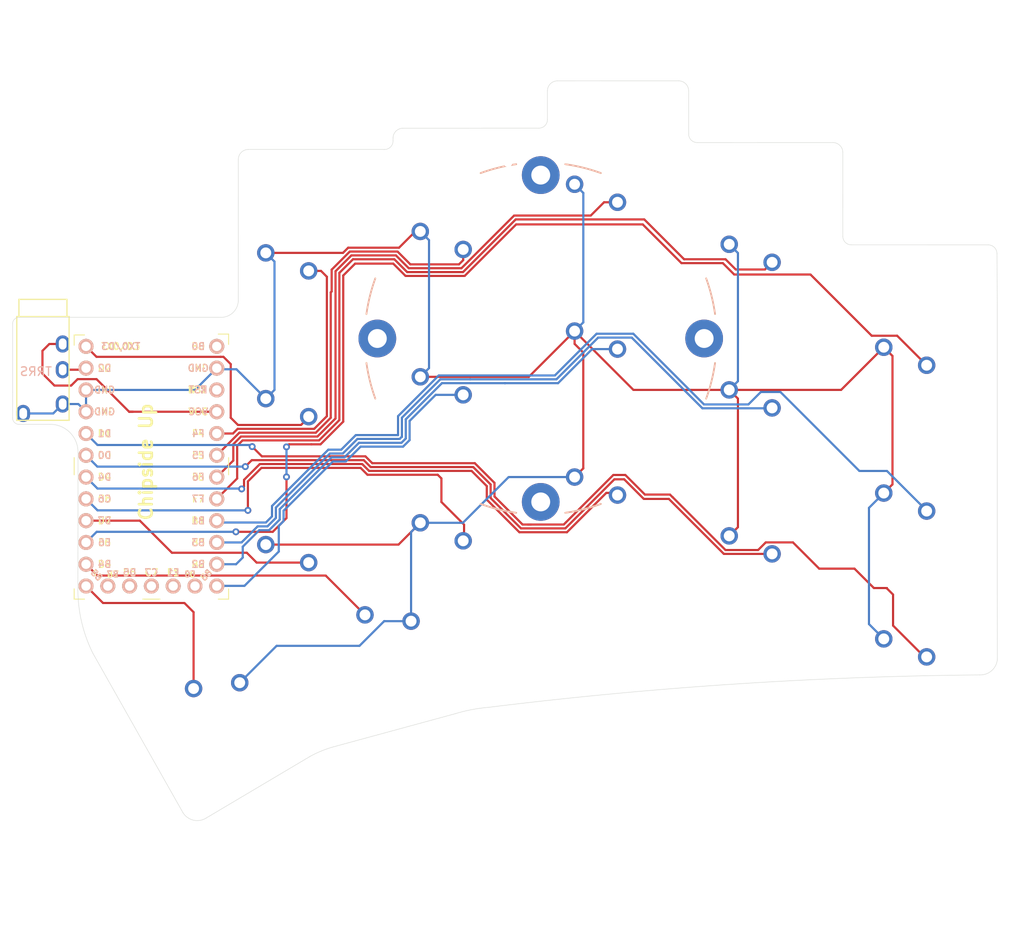
<source format=kicad_pcb>
(kicad_pcb (version 20211014) (generator pcbnew)
  (layers (0 "F.Cu" signal) (31 "B.Cu" signal) (34 "B.Paste" user) (35 "F.Paste" user) (36 "B.SilkS" user "B.Silkscreen") (37 "F.SilkS" user "F.Silkscreen") (38 "B.Mask" user) (39 "F.Mask" user) (44 "Edge.Cuts" user))
  (net 0 "")
  (net 1 "gnd")
  (net 2 "vcc")
  (net 3 "Switch18_r")
  (net 4 "reset_r")
  (net 5 "Switch9_r")
  (net 6 "Switch10_r")
  (net 7 "Switch11_r")
  (net 8 "Switch12_r")
  (net 9 "Switch13_r")
  (net 10 "Switch14_r")
  (net 11 "Switch15_r")
  (net 12 "Switch16_r")
  (net 13 "Switch17_r")
  (net 14 "Switch1_r")
  (net 15 "Switch2_r")
  (net 16 "Switch3_r")
  (net 17 "Switch4_r")
  (net 18 "Switch5_r")
  (net 19 "Switch6_r")
  (net 20 "Switch7_r")
  (net 21 "Switch8_r")
  (footprint "Kailh:TRRS-PJ-320A" (layer "F.Cu") (at 17.706193 49.601848)
    (fp_text reference "J1")
    (fp_text value "AudioJack4dpb" hide)
  )
  (footprint "Kailh:SW_PG1350_nonrev_DPB" (layer "F.Cu") (at 48.686 72.39)
    (fp_text reference "SW17_r1" hide)
    (fp_text value "SW_Push" hide)
  )
  (footprint "Kailh:SW_PG1350_nonrev_DPB" (layer "F.Cu") (at 66.7 52.832)
    (fp_text reference "SW11_r1" hide)
    (fp_text value "SW_Push" hide)
  )
  (footprint "Kailh:SW_PG1350_nonrev_DPB" (layer "F.Cu") (at 84.688 64.516)
    (fp_text reference "SW15_r1" hide)
    (fp_text value "SW_Push" hide)
  )
  (footprint "Kailh:SW_PG1350_nonrev_DPB" (layer "F.Cu") (at 102.714 71.374)
    (fp_text reference "SW18_r1" hide)
    (fp_text value "SW_Push" hide)
  )
  (footprint "Kailh:SW_PG1350_nonrev_DPB" (layer "F.Cu") (at 48.686 38.382)
    (fp_text reference "SW6_r1" hide)
    (fp_text value "SW_Push" hide)
  )
  (footprint "Kailh:SW_PG1350_nonrev_DPB" (layer "F.Cu") (at 66.7 35.882)
    (fp_text reference "SW5_r1" hide)
    (fp_text value "SW_Push" hide)
  )
  (footprint "Kailh:SW_PG1350_nonrev_DPB" (layer "F.Cu") (at 120.732 49.382)
    (fp_text reference "SW2_r1" hide)
    (fp_text value "SW_Push" hide)
  )
  (footprint "Kailh:SW_PG1350_nonrev_DPB" (layer "F.Cu") (at 66.7 69.85)
    (fp_text reference "SW16_r1" hide)
    (fp_text value "SW_Push" hide)
  )
  (footprint "Kailh:SW_PG1350_nonrev_DPB" (layer "F.Cu") (at 84.688 30.382)
    (fp_text reference "SW4_r1" hide)
    (fp_text value "SW_Push" hide)
  )
  (footprint "Kailh:SW_PG1350_nonrev_DPB" (layer "F.Cu") (at 120.732 83.382)
    (fp_text reference "SW13_r1" hide)
    (fp_text value "SW_Push" hide)
  )
  (footprint "Kailh:SW_PG1350_nonrev_DPB" (layer "F.Cu") (at 48.686 55.372)
    (fp_text reference "SW12_r1" hide)
    (fp_text value "SW_Push" hide)
  )
  (footprint "Kailh:SW_PG1350_nonrev_DPB" (layer "F.Cu") (at 102.714 37.382)
    (fp_text reference "SW3_r1" hide)
    (fp_text value "SW_Push" hide)
  )
  (footprint "Kailh:SW_PG1350_nonrev_DPB" (layer "F.Cu") (at 102.714 54.356)
    (fp_text reference "SW8_r1" hide)
    (fp_text value "SW_Push" hide)
  )
  (footprint "Kailh:SW_PG1350_nonrev_DPB" (layer "F.Cu") (at 56.778 90.082 -165)
    (fp_text reference "SW21_r1" hide)
    (fp_text value "SW_Push" hide)
  )
  (footprint "Kailh:SW_PG1350_nonrev_DPB" (layer "F.Cu") (at 84.688 47.498)
    (fp_text reference "SW9_r1" hide)
    (fp_text value "SW_Push" hide)
  )
  (footprint "Kailh:SW_PG1350_nonrev_DPB" (layer "F.Cu") (at 38.218 98.082 -150)
    (fp_text reference "SW20_r1" hide)
    (fp_text value "SW_Push" hide)
  )
  (footprint "Kailh:SW_PG1350_nonrev_DPB" (layer "F.Cu") (at 120.732 66.382)
    (fp_text reference "SW7_r1" hide)
    (fp_text value "SW_Push" hide)
  )
  (footprint "Button_Switch_Keyboard:Elite-C-29pin-holes" (layer "F.Cu") (at 30.35 67.05)
    (fp_text reference "U1" hide)
    (fp_text value "Elite-C-29pin-holes" hide)
  )
  (footprint "Button_Switch_Keyboard:Tenting_Puck2" (layer "F.Cu") (at 75.740799 52.163621)
    (fp_text reference "REF**")
    (fp_text value "Tenting Puck")
  )
  (gr_line (start 128.96 77.724) (end 128.975507 89.545022) (layer "Edge.Cuts") (width 0.05))
  (gr_arc (start 128.975507 89.545022) (mid 128.324689 90.873432) (end 126.936 91.383119) (layer "Edge.Cuts") (width 0.05))
  (gr_line (start 40.481999 47.763999) (end 40.485497 31.262857) (layer "Edge.Cuts") (width 0.05))
  (gr_line (start 21.794685 65.46085) (end 21.792 73.914) (layer "Edge.Cuts") (width 0.05))
  (gr_line (start 23.526696 88.85815) (end 34.034 107.451265) (layer "Edge.Cuts") (width 0.05))
  (gr_arc (start 40.481999 47.763999) (mid 39.859467 49.145717) (end 38.446998 49.694917) (layer "Edge.Cuts") (width 0.05))
  (gr_arc (start 69.659872 95.162429) (mid 98.24181 92.456547) (end 126.936 91.383119) (layer "Edge.Cuts") (width 0.05))
  (gr_arc (start 23.526696 88.85815) (mid 22.237087 85.295347) (end 21.78 81.534) (layer "Edge.Cuts") (width 0.05))
  (gr_arc (start 14.172 50.442) (mid 14.39167 49.91167) (end 14.922 49.692) (layer "Edge.Cuts") (width 0.05))
  (gr_line (start 38.446998 49.694917) (end 14.922 49.692) (layer "Edge.Cuts") (width 0.05))
  (gr_arc (start 36.766 108.05) (mid 35.275005 108.32098) (end 34.034 107.451265) (layer "Edge.Cuts") (width 0.05))
  (gr_line (start 21.792 73.914) (end 21.78 81.534) (layer "Edge.Cuts") (width 0.05))
  (gr_line (start 128.96 53.848) (end 128.96 72.644) (layer "Edge.Cuts") (width 0.05))
  (gr_line (start 128.931382 42.300196) (end 128.96 48.768) (layer "Edge.Cuts") (width 0.05))
  (gr_line (start 77.657617 22.128167) (end 91.84432 22.126066) (layer "Edge.Cuts") (width 0.05))
  (gr_arc (start 91.84432 22.126066) (mid 92.640872 22.467218) (end 92.98376 23.263024) (layer "Edge.Cuts") (width 0.05))
  (gr_line (start 14.172 50.442) (end 14.172 58.42) (layer "Edge.Cuts") (width 0.05))
  (gr_arc (start 18.522257 62.171476) (mid 20.854851 63.123487) (end 21.794685 65.46085) (layer "Edge.Cuts") (width 0.05))
  (gr_arc (start 14.91825 62.171817) (mid 14.38792 61.952147) (end 14.16825 61.421817) (layer "Edge.Cuts") (width 0.05))
  (gr_arc (start 76.520659 23.267607) (mid 76.861811 22.471055) (end 77.657617 22.128167) (layer "Edge.Cuts") (width 0.05))
  (gr_line (start 65.793809 95.898621) (end 51.537342 99.778574) (layer "Edge.Cuts") (width 0.05))
  (gr_line (start 92.98376 23.263024) (end 92.98632 28.310107) (layer "Edge.Cuts") (width 0.05))
  (gr_arc (start 127.899206 41.247583) (mid 128.636325 41.557149) (end 128.931382 42.300196) (layer "Edge.Cuts") (width 0.05))
  (gr_line (start 59.658625 27.64441) (end 75.508308 27.639764) (layer "Edge.Cuts") (width 0.05))
  (gr_line (start 58.522155 29.101971) (end 58.521667 28.78385) (layer "Edge.Cuts") (width 0.05))
  (gr_arc (start 48.811666 100.904698) (mid 50.14232 100.263888) (end 51.537342 99.778574) (layer "Edge.Cuts") (width 0.05))
  (gr_arc (start 58.521667 28.78385) (mid 58.862819 27.987298) (end 59.658625 27.64441) (layer "Edge.Cuts") (width 0.05))
  (gr_arc (start 65.793809 95.898621) (mid 67.707751 95.429487) (end 69.659872 95.162429) (layer "Edge.Cuts") (width 0.05))
  (gr_line (start 110.961897 30.456074) (end 110.960406 40.235318) (layer "Edge.Cuts") (width 0.05))
  (gr_line (start 41.622455 30.123417) (end 57.510673 30.12487) (layer "Edge.Cuts") (width 0.05))
  (gr_arc (start 58.522155 29.101971) (mid 58.235427 29.829989) (end 57.510673 30.12487) (layer "Edge.Cuts") (width 0.05))
  (gr_line (start 128.96 53.848) (end 128.96 48.768) (layer "Edge.Cuts") (width 0.05))
  (gr_arc (start 76.51979 26.616865) (mid 76.233062 27.344883) (end 75.508308 27.639764) (layer "Edge.Cuts") (width 0.05))
  (gr_line (start 48.811666 100.904698) (end 36.766 108.05) (layer "Edge.Cuts") (width 0.05))
  (gr_line (start 128.96 72.644) (end 128.96 77.724) (layer "Edge.Cuts") (width 0.05))
  (gr_arc (start 111.983305 41.2468) (mid 111.255287 40.960072) (end 110.960406 40.235318) (layer "Edge.Cuts") (width 0.05))
  (gr_line (start 94.009219 29.321589) (end 109.822457 29.319116) (layer "Edge.Cuts") (width 0.05))
  (gr_line (start 18.522257 62.171476) (end 14.91825 62.171817) (layer "Edge.Cuts") (width 0.05))
  (gr_line (start 111.983305 41.2468) (end 127.899206 41.247583) (layer "Edge.Cuts") (width 0.05))
  (gr_arc (start 109.822457 29.319116) (mid 110.619009 29.660268) (end 110.961897 30.456074) (layer "Edge.Cuts") (width 0.05))
  (gr_line (start 14.172 58.42) (end 14.16825 61.421817) (layer "Edge.Cuts") (width 0.05))
  (gr_line (start 76.51979 26.616865) (end 76.520659 23.267607) (layer "Edge.Cuts") (width 0.05))
  (gr_arc (start 94.009219 29.321589) (mid 93.281201 29.034861) (end 92.98632 28.310107) (layer "Edge.Cuts") (width 0.05))
  (gr_arc (start 40.485497 31.262857) (mid 40.826649 30.466305) (end 41.622455 30.123417) (layer "Edge.Cuts") (width 0.05))
  (gr_text "Chipside Up" (at 29.718 66.548 90) (layer "F.SilkS") (effects (font (size 1.5 1.5) (thickness 0.3))))
  (segment (start 79.688 51.298) (end 79.688 52.788) (width 0.25) (layer "F.Cu") (net 1))
  (segment (start 86.546 58.156) (end 79.688 51.298) (width 0.25) (layer "F.Cu") (net 1))
  (segment (start 74.354 56.632) (end 79.688 51.298) (width 0.25) (layer "F.Cu") (net 1))
  (segment (start 61.118 39.682) (end 61.7 39.682) (width 0.25) (layer "F.Cu") (net 1))
  (segment (start 115.732 53.182) (end 116.747999 54.197999) (width 0.25) (layer "F.Cu") (net 1))
  (segment (start 110.758 58.156) (end 97.714 58.156) (width 0.25) (layer "F.Cu") (net 1))
  (segment (start 79.688 52.788) (end 80.7 53.8) (width 0.25) (layer "F.Cu") (net 1))
  (segment (start 116.747999 69.166001) (end 115.732 70.182) (width 0.25) (layer "F.Cu") (net 1))
  (segment (start 61.7 56.632) (end 74.354 56.632) (width 0.25) (layer "F.Cu") (net 1))
  (segment (start 43.686 42.182) (end 52.686282 42.182) (width 0.25) (layer "F.Cu") (net 1))
  (segment (start 43.686 76.19) (end 59.16 76.19) (width 0.25) (layer "F.Cu") (net 1))
  (segment (start 115.732 53.182) (end 110.758 58.156) (width 0.25) (layer "F.Cu") (net 1))
  (segment (start 116.747999 54.197999) (end 116.747999 69.166001) (width 0.25) (layer "F.Cu") (net 1))
  (segment (start 97.714 58.156) (end 98.729999 59.171999) (width 0.25) (layer "F.Cu") (net 1))
  (segment (start 80.7 53.8) (end 80.7 67.304) (width 0.25) (layer "F.Cu") (net 1))
  (segment (start 52.686282 42.182) (end 53.291823 41.57646) (width 0.25) (layer "F.Cu") (net 1))
  (segment (start 98.729999 59.171999) (end 98.729999 74.158001) (width 0.25) (layer "F.Cu") (net 1))
  (segment (start 97.714 58.156) (end 86.546 58.156) (width 0.25) (layer "F.Cu") (net 1))
  (segment (start 80.7 67.304) (end 79.688 68.316) (width 0.25) (layer "F.Cu") (net 1))
  (segment (start 59.22354 41.57646) (end 61.118 39.682) (width 0.25) (layer "F.Cu") (net 1))
  (segment (start 53.291823 41.57646) (end 59.22354 41.57646) (width 0.25) (layer "F.Cu") (net 1))
  (segment (start 59.16 76.19) (end 61.7 73.65) (width 0.25) (layer "F.Cu") (net 1))
  (segment (start 98.729999 74.158001) (end 97.714 75.174) (width 0.25) (layer "F.Cu") (net 1))
  (segment (start 114.006579 85.456579) (end 115.732 87.182) (width 0.25) (layer "B.Cu") (net 1))
  (segment (start 38.1 55.75) (end 37.97 55.62) (width 0.25) (layer "B.Cu") (net 1))
  (segment (start 22.73 58.16) (end 22.73 60.7) (width 0.25) (layer "B.Cu") (net 1))
  (segment (start 72.000992 68.316) (end 79.688 68.316) (width 0.25) (layer "B.Cu") (net 1))
  (segment (start 44.946251 87.992979) (end 54.607021 87.992979) (width 0.25) (layer "B.Cu") (net 1))
  (segment (start 44.701999 58.156001) (end 43.686 59.172) (width 0.25) (layer "B.Cu") (net 1))
  (segment (start 60.624117 85.117387) (end 60.624117 74.725883) (width 0.25) (layer "B.Cu") (net 1))
  (segment (start 35.43 58.16) (end 37.97 55.62) (width 0.25) (layer "B.Cu") (net 1))
  (segment (start 97.714 41.182) (end 98.729999 42.197999) (width 0.25) (layer "B.Cu") (net 1))
  (segment (start 15.406193 60.901848) (end 18.906193 60.901848) (width 0.25) (layer "B.Cu") (net 1))
  (segment (start 43.686 42.182) (end 44.701999 43.197999) (width 0.25) (layer "B.Cu") (net 1))
  (segment (start 61.7 73.65) (end 66.666992 73.65) (width 0.25) (layer "B.Cu") (net 1))
  (segment (start 98.729999 42.197999) (end 98.729999 57.140001) (width 0.25) (layer "B.Cu") (net 1))
  (segment (start 54.607021 87.992979) (end 57.5 85.1) (width 0.25) (layer "B.Cu") (net 1))
  (segment (start 44.701999 43.197999) (end 44.701999 58.156001) (width 0.25) (layer "B.Cu") (net 1))
  (segment (start 114.006579 71.907421) (end 114.006579 85.456579) (width 0.25) (layer "B.Cu") (net 1))
  (segment (start 60.624117 74.725883) (end 61.7 73.65) (width 0.25) (layer "B.Cu") (net 1))
  (segment (start 98.729999 57.140001) (end 97.714 58.156) (width 0.25) (layer "B.Cu") (net 1))
  (segment (start 22.73 58.16) (end 35.43 58.16) (width 0.25) (layer "B.Cu") (net 1))
  (segment (start 62.715999 40.697999) (end 61.7 39.682) (width 0.25) (layer "B.Cu") (net 1))
  (segment (start 57.5 85.1) (end 57.517387 85.117387) (width 0.25) (layer "B.Cu") (net 1))
  (segment (start 40.648127 92.291103) (end 44.946251 87.992979) (width 0.25) (layer "B.Cu") (net 1))
  (segment (start 57.517387 85.117387) (end 60.624117 85.117387) (width 0.25) (layer "B.Cu") (net 1))
  (segment (start 61.7 56.632) (end 62.715999 55.616001) (width 0.25) (layer "B.Cu") (net 1))
  (segment (start 115.732 70.182) (end 114.006579 71.907421) (width 0.25) (layer "B.Cu") (net 1))
  (segment (start 21.831848 59.801848) (end 22.73 60.7) (width 0.25) (layer "B.Cu") (net 1))
  (segment (start 79.688 34.182) (end 80.703999 35.197999) (width 0.25) (layer "B.Cu") (net 1))
  (segment (start 18.906193 60.901848) (end 20.006193 59.801848) (width 0.25) (layer "B.Cu") (net 1))
  (segment (start 62.715999 55.616001) (end 62.715999 40.697999) (width 0.25) (layer "B.Cu") (net 1))
  (segment (start 40.264 55.75) (end 38.1 55.75) (width 0.25) (layer "B.Cu") (net 1))
  (segment (start 66.666992 73.65) (end 72.000992 68.316) (width 0.25) (layer "B.Cu") (net 1))
  (segment (start 80.703999 35.197999) (end 80.703999 50.282001) (width 0.25) (layer "B.Cu") (net 1))
  (segment (start 43.686 59.172) (end 40.264 55.75) (width 0.25) (layer "B.Cu") (net 1))
  (segment (start 20.006193 59.801848) (end 21.831848 59.801848) (width 0.25) (layer "B.Cu") (net 1))
  (segment (start 80.703999 50.282001) (end 79.688 51.298) (width 0.25) (layer "B.Cu") (net 1))
  (segment (start 27.75 60.7) (end 37.97 60.7) (width 0.25) (layer "F.Cu") (net 2))
  (segment (start 21 57.65) (end 19.05 57.65) (width 0.25) (layer "F.Cu") (net 2))
  (segment (start 28.2 60.7) (end 27.75 60.7) (width 0.25) (layer "F.Cu") (net 2))
  (segment (start 19.05 57.65) (end 17.65 56.25) (width 0.25) (layer "F.Cu") (net 2))
  (segment (start 27.75 60.7) (end 23.95 56.9) (width 0.25) (layer "F.Cu") (net 2))
  (segment (start 21.75 56.9) (end 21 57.65) (width 0.25) (layer "F.Cu") (net 2))
  (segment (start 23.95 56.9) (end 21.75 56.9) (width 0.25) (layer "F.Cu") (net 2))
  (segment (start 18.448152 52.801848) (end 20.006193 52.801848) (width 0.25) (layer "F.Cu") (net 2))
  (segment (start 17.65 53.6) (end 18.448152 52.801848) (width 0.25) (layer "F.Cu") (net 2))
  (segment (start 17.65 56.25) (end 17.65 53.6) (width 0.25) (layer "F.Cu") (net 2))
  (segment (start 22.548152 55.801848) (end 22.73 55.62) (width 0.25) (layer "F.Cu") (net 3))
  (segment (start 20.006193 55.801848) (end 22.548152 55.801848) (width 0.25) (layer "F.Cu") (net 3))
  (segment (start 54.738806 64.771732) (end 53.010538 66.5) (width 0.25) (layer "B.Cu") (net 5))
  (segment (start 63.494528 58.732) (end 60.45422 61.772308) (width 0.25) (layer "B.Cu") (net 5))
  (segment (start 41.2 81) (end 37.99 81) (width 0.25) (layer "B.Cu") (net 5))
  (segment (start 53.010538 66.5) (end 51.507154 66.5) (width 0.25) (layer "B.Cu") (net 5))
  (segment (start 60.45422 61.772308) (end 60.45422 64.007906) (width 0.25) (layer "B.Cu") (net 5))
  (segment (start 45.2 74.016161) (end 45.2 77) (width 0.25) (layer "B.Cu") (net 5))
  (segment (start 45.75998 73.456181) (end 45.2 74.016161) (width 0.25) (layer "B.Cu") (net 5))
  (segment (start 37.99 81) (end 37.97 81.02) (width 0.25) (layer "B.Cu") (net 5))
  (segment (start 51.507154 66.5) (end 45.759981 72.247173) (width 0.25) (layer "B.Cu") (net 5))
  (segment (start 59.690394 64.771732) (end 54.738806 64.771732) (width 0.25) (layer "B.Cu") (net 5))
  (segment (start 66.702 58.732) (end 63.494528 58.732) (width 0.25) (layer "B.Cu") (net 5))
  (segment (start 45.759981 72.247173) (end 45.75998 73.456181) (width 0.25) (layer "B.Cu") (net 5))
  (segment (start 60.45422 64.007906) (end 59.690394 64.771732) (width 0.25) (layer "B.Cu") (net 5))
  (segment (start 45.2 77) (end 41.2 81) (width 0.25) (layer "B.Cu") (net 5))
  (segment (start 39.6 61.4) (end 39.6 55.15) (width 0.25) (layer "F.Cu") (net 6))
  (segment (start 39.6 55.15) (end 38.75 54.3) (width 0.25) (layer "F.Cu") (net 6))
  (segment (start 38.448204 54.3) (end 23.95 54.3) (width 0.25) (layer "F.Cu") (net 6))
  (segment (start 40.4435 62.2435) (end 39.6 61.4) (width 0.25) (layer "F.Cu") (net 6))
  (segment (start 48.768 61.272) (end 47.7965 62.2435) (width 0.25) (layer "F.Cu") (net 6))
  (segment (start 47.7965 62.2435) (end 40.4435 62.2435) (width 0.25) (layer "F.Cu") (net 6))
  (segment (start 38.75 54.3) (end 38.4 54.3) (width 0.25) (layer "F.Cu") (net 6))
  (segment (start 23.95 54.3) (end 22.73 53.08) (width 0.25) (layer "F.Cu") (net 6))
  (segment (start 114.579167 81.254833) (end 112.318334 78.994) (width 0.25) (layer "F.Cu") (net 7))
  (segment (start 42.1 64.767548) (end 43.232452 65.9) (width 0.25) (layer "F.Cu") (net 7))
  (segment (start 116.814833 85.630833) (end 116.814833 82.016833) (width 0.25) (layer "F.Cu") (net 7))
  (segment (start 84.200282 68.072) (end 78.671322 73.60096) (width 0.25) (layer "F.Cu") (net 7))
  (segment (start 116.103167 81.305167) (end 116.103167 81.254833) (width 0.25) (layer "F.Cu") (net 7))
  (segment (start 85.598 68.072) (end 84.200282 68.072) (width 0.25) (layer "F.Cu") (net 7))
  (segment (start 91.118751 70.670341) (end 90.80641 70.358) (width 0.25) (layer "F.Cu") (net 7))
  (segment (start 91.127659 70.670341) (end 91.118751 70.670341) (width 0.25) (layer "F.Cu") (net 7))
  (segment (start 56.1 66.7) (end 68.054442 66.7) (width 0.25) (layer "F.Cu") (net 7))
  (segment (start 112.318334 78.994) (end 108.204 78.994) (width 0.25) (layer "F.Cu") (net 7))
  (segment (start 78.671322 73.60096) (end 78.421322 73.85096) (width 0.25) (layer "F.Cu") (net 7))
  (segment (start 70.34904 70.577604) (end 73.622396 73.85096) (width 0.25) (layer "F.Cu") (net 7))
  (segment (start 101.972319 75.932999) (end 101.081328 76.82399) (width 0.25) (layer "F.Cu") (net 7))
  (segment (start 101.081328 76.82399) (end 97.281308 76.82399) (width 0.25) (layer "F.Cu") (net 7))
  (segment (start 97.281308 76.82399) (end 91.127659 70.670341) (width 0.25) (layer "F.Cu") (net 7))
  (segment (start 87.884 70.358) (end 85.598 68.072) (width 0.25) (layer "F.Cu") (net 7))
  (segment (start 108.204 78.994) (end 105.142999 75.932999) (width 0.25) (layer "F.Cu") (net 7))
  (segment (start 105.142999 75.932999) (end 101.972319 75.932999) (width 0.25) (layer "F.Cu") (net 7))
  (segment (start 55.299999 65.9) (end 56.1 66.7) (width 0.25) (layer "F.Cu") (net 7))
  (segment (start 43.232452 65.9) (end 55.299999 65.9) (width 0.25) (layer "F.Cu") (net 7))
  (segment (start 116.103167 81.254833) (end 114.579167 81.254833) (width 0.25) (layer "F.Cu") (net 7))
  (segment (start 78.421322 73.85096) (end 74.2 73.85096) (width 0.25) (layer "F.Cu") (net 7))
  (segment (start 120.65 89.466) (end 116.814833 85.630833) (width 0.25) (layer "F.Cu") (net 7))
  (segment (start 90.80641 70.358) (end 87.884 70.358) (width 0.25) (layer "F.Cu") (net 7))
  (segment (start 116.814833 82.016833) (end 116.103167 81.305167) (width 0.25) (layer "F.Cu") (net 7))
  (segment (start 70.34904 68.994598) (end 70.34904 70.577604) (width 0.25) (layer "F.Cu") (net 7))
  (segment (start 73.622396 73.85096) (end 74.65 73.85096) (width 0.25) (layer "F.Cu") (net 7))
  (segment (start 68.054442 66.7) (end 70.34904 68.994598) (width 0.25) (layer "F.Cu") (net 7))
  (via (at 42.1 64.767548) (size 0.8) (drill 0.4) (layers "F.Cu" "B.Cu") (net 7))
  (segment (start 41.911641 64.579189) (end 24.069189 64.579189) (width 0.25) (layer "B.Cu") (net 7))
  (segment (start 24.069189 64.579189) (end 22.73 63.24) (width 0.25) (layer "B.Cu") (net 7))
  (segment (start 42.1 64.767548) (end 41.911641 64.579189) (width 0.25) (layer "B.Cu") (net 7))
  (segment (start 97.086 77.274) (end 102.616 77.274) (width 0.25) (layer "F.Cu") (net 8))
  (segment (start 73.436198 74.30048) (end 78.60752 74.30048) (width 0.25) (layer "F.Cu") (net 8))
  (segment (start 69.89952 70.763802) (end 73.436198 74.30048) (width 0.25) (layer "F.Cu") (net 8))
  (segment (start 78.60752 74.30048) (end 84.328 68.58) (width 0.25) (layer "F.Cu") (net 8))
  (segment (start 41.3 67.1) (end 42.05048 66.34952) (width 0.25) (layer "F.Cu") (net 8))
  (segment (start 67.868245 67.14952) (end 69.89952 69.180795) (width 0.25) (layer "F.Cu") (net 8))
  (segment (start 55.913802 67.14952) (end 67.868245 67.14952) (width 0.25) (layer "F.Cu") (net 8))
  (segment (start 90.678 70.866) (end 97.086 77.274) (width 0.25) (layer "F.Cu") (net 8))
  (segment (start 85.46959 68.58) (end 87.75559 70.866) (width 0.25) (layer "F.Cu") (net 8))
  (segment (start 55.113802 66.34952) (end 55.913802 67.14952) (width 0.25) (layer "F.Cu") (net 8))
  (segment (start 87.75559 70.866) (end 90.678 70.866) (width 0.25) (layer "F.Cu") (net 8))
  (segment (start 42.05048 66.34952) (end 55.113802 66.34952) (width 0.25) (layer "F.Cu") (net 8))
  (segment (start 69.89952 69.180795) (end 69.89952 70.763802) (width 0.25) (layer "F.Cu") (net 8))
  (segment (start 84.328 68.58) (end 85.46959 68.58) (width 0.25) (layer "F.Cu") (net 8))
  (via (at 41.3 67.1) (size 0.8) (drill 0.4) (layers "F.Cu" "B.Cu") (net 8))
  (segment (start 24.05 67.1) (end 22.73 65.78) (width 0.25) (layer "B.Cu") (net 8))
  (segment (start 41.3 67.1) (end 24.05 67.1) (width 0.25) (layer "B.Cu") (net 8))
  (segment (start 42.991129 66.79904) (end 54.927606 66.79904) (width 0.25) (layer "F.Cu") (net 9))
  (segment (start 55.727604 67.599039) (end 67.682048 67.59904) (width 0.25) (layer "F.Cu") (net 9))
  (segment (start 67.682048 67.59904) (end 69.45 69.366992) (width 0.25) (layer "F.Cu") (net 9))
  (segment (start 69.45 70.95) (end 73.25 74.75) (width 0.25) (layer "F.Cu") (net 9))
  (segment (start 54.927606 66.79904) (end 55.727604 67.599039) (width 0.25) (layer "F.Cu") (net 9))
  (segment (start 40.8755 69.7) (end 41.15048 69.42502) (width 0.25) (layer "F.Cu") (net 9))
  (segment (start 41.15048 69.42502) (end 41.15048 68.639689) (width 0.25) (layer "F.Cu") (net 9))
  (segment (start 78.793718 74.75) (end 83.381718 70.162) (width 0.25) (layer "F.Cu") (net 9))
  (segment (start 73.25 74.75) (end 78.793718 74.75) (width 0.25) (layer "F.Cu") (net 9))
  (segment (start 69.45 69.366992) (end 69.45 70.95) (width 0.25) (layer "F.Cu") (net 9))
  (segment (start 41.15048 68.639689) (end 42.991129 66.79904) (width 0.25) (layer "F.Cu") (net 9))
  (segment (start 83.381718 70.162) (end 84.736 70.162) (width 0.25) (layer "F.Cu") (net 9))
  (via (at 40.8755 69.7) (size 0.8) (drill 0.4) (layers "F.Cu" "B.Cu") (net 9))
  (segment (start 40.834689 69.659189) (end 24.069189 69.659189) (width 0.25) (layer "B.Cu") (net 9))
  (segment (start 24.069189 69.659189) (end 22.73 68.32) (width 0.25) (layer "B.Cu") (net 9))
  (segment (start 40.8755 69.7) (end 40.834689 69.659189) (width 0.25) (layer "B.Cu") (net 9))
  (segment (start 43.177326 67.24856) (end 54.741409 67.24856) (width 0.25) (layer "F.Cu") (net 10))
  (segment (start 41.6 72.2) (end 41.6 68.825886) (width 0.25) (layer "F.Cu") (net 10))
  (segment (start 64.160167 68.478167) (end 64.160167 71.221833) (width 0.25) (layer "F.Cu") (net 10))
  (segment (start 54.741409 67.24856) (end 55.541406 68.048558) (width 0.25) (layer "F.Cu") (net 10))
  (segment (start 55.541406 68.048558) (end 63.73056 68.04856) (width 0.25) (layer "F.Cu") (net 10))
  (segment (start 64.160167 71.221833) (end 66.802 73.863666) (width 0.25) (layer "F.Cu") (net 10))
  (segment (start 66.802 73.863666) (end 66.802 76.004) (width 0.25) (layer "F.Cu") (net 10))
  (segment (start 41.6 68.825886) (end 43.177326 67.24856) (width 0.25) (layer "F.Cu") (net 10))
  (segment (start 63.73056 68.04856) (end 64.160167 68.478167) (width 0.25) (layer "F.Cu") (net 10))
  (via (at 41.6 72.2) (size 0.8) (drill 0.4) (layers "F.Cu" "B.Cu") (net 10))
  (segment (start 41.6 72.2) (end 41.599189 72.199189) (width 0.25) (layer "B.Cu") (net 10))
  (segment (start 24.069189 72.199189) (end 22.73 70.86) (width 0.25) (layer "B.Cu") (net 10))
  (segment (start 41.599189 72.199189) (end 24.069189 72.199189) (width 0.25) (layer "B.Cu") (net 10))
  (segment (start 29 73.4) (end 22.73 73.4) (width 0.25) (layer "F.Cu") (net 11))
  (segment (start 41.472211 77.140811) (end 32.740811 77.140811) (width 0.25) (layer "F.Cu") (net 11))
  (segment (start 42.6214 78.29) (end 41.472211 77.140811) (width 0.25) (layer "F.Cu") (net 11))
  (segment (start 32.740811 77.140811) (end 29 73.4) (width 0.25) (layer "F.Cu") (net 11))
  (segment (start 48.686 78.29) (end 42.6214 78.29) (width 0.25) (layer "F.Cu") (net 11))
  (segment (start 55.250968 84.383038) (end 50.66793 79.8) (width 0.25) (layer "F.Cu") (net 12))
  (segment (start 50.66793 79.8) (end 24.05 79.8) (width 0.25) (layer "F.Cu") (net 12))
  (segment (start 24.05 79.8) (end 22.73 78.48) (width 0.25) (layer "F.Cu") (net 12))
  (segment (start 35.268 92.97245) (end 35.268 84.068) (width 0.25) (layer "F.Cu") (net 13))
  (segment (start 24.71 83) (end 22.73 81.02) (width 0.25) (layer "F.Cu") (net 13))
  (segment (start 35.268 84.068) (end 34.2 83) (width 0.25) (layer "F.Cu") (net 13))
  (segment (start 34.2 83) (end 24.71 83) (width 0.25) (layer "F.Cu") (net 13))
  (segment (start 92.14401 43.37601) (end 87.63 38.862) (width 0.25) (layer "F.Cu") (net 14))
  (segment (start 66.87005 44.86945) (end 59.98104 44.86945) (width 0.25) (layer "F.Cu") (net 14))
  (segment (start 107.188 44.704) (end 98.298 44.704) (width 0.25) (layer "F.Cu") (net 14))
  (segment (start 49 64.5) (end 46.4 64.5) (width 0.25) (layer "F.Cu") (net 14))
  (segment (start 120.732 55.282) (end 117.290999 51.840999) (width 0.25) (layer "F.Cu") (net 14))
  (segment (start 54.102 43.434) (end 52.71602 44.81998) (width 0.25) (layer "F.Cu") (net 14))
  (segment (start 46.1 73.1) (end 44.5 74.7) (width 0.25) (layer "F.Cu") (net 14))
  (segment (start 58.54559 43.434) (end 54.102 43.434) (width 0.25) (layer "F.Cu") (net 14))
  (segment (start 46.1 68.3) (end 46.1 73.1) (width 0.25) (layer "F.Cu") (net 14))
  (segment (start 50.06963 64.5) (end 49 64.5) (width 0.25) (layer "F.Cu") (net 14))
  (segment (start 52.71602 44.81998) (end 52.71602 61.85361) (width 0.25) (layer "F.Cu") (net 14))
  (segment (start 117.290999 51.840999) (end 114.324999 51.840999) (width 0.25) (layer "F.Cu") (net 14))
  (segment (start 59.98104 44.86945) (end 58.54559 43.434) (width 0.25) (layer "F.Cu") (net 14))
  (segment (start 98.298 44.704) (end 96.97001 43.37601) (width 0.25) (layer "F.Cu") (net 14))
  (segment (start 72.877502 38.862) (end 66.87005 44.86945) (width 0.25) (layer "F.Cu") (net 14))
  (segment (start 52.71602 61.85361) (end 50.06963 64.5) (width 0.25) (layer "F.Cu") (net 14))
  (segment (start 44.5 74.7) (end 40.2 74.7) (width 0.25) (layer "F.Cu") (net 14))
  (segment (start 96.97001 43.37601) (end 92.14401 43.37601) (width 0.25) (layer "F.Cu") (net 14))
  (segment (start 46.4 64.5) (end 46.1 64.8) (width 0.25) (layer "F.Cu") (net 14))
  (segment (start 87.63 38.862) (end 72.877502 38.862) (width 0.25) (layer "F.Cu") (net 14))
  (segment (start 114.324999 51.840999) (end 107.188 44.704) (width 0.25) (layer "F.Cu") (net 14))
  (via (at 46.1 64.8) (size 0.8) (drill 0.4) (layers "F.Cu" "B.Cu") (net 14))
  (via (at 46.1 68.3) (size 0.8) (drill 0.4) (layers "F.Cu" "B.Cu") (net 14))
  (via (at 40.2 74.7) (size 0.8) (drill 0.4) (layers "F.Cu" "B.Cu") (net 14))
  (segment (start 46.1 68.3) (end 46.1 64.8) (width 0.25) (layer "B.Cu") (net 14))
  (segment (start 22.7174 76.146) (end 22.7174 75.946) (width 0.25) (layer "B.Cu") (net 14))
  (segment (start 40.2 74.7) (end 23.97 74.7) (width 0.25) (layer "B.Cu") (net 14))
  (segment (start 23.97 74.7) (end 22.73 75.94) (width 0.25) (layer "B.Cu") (net 14))
  (segment (start 66.683651 44.419441) (end 60.167442 44.419442) (width 0.25) (layer "F.Cu") (net 15))
  (segment (start 97.282 42.926) (end 92.456 42.926) (width 0.25) (layer "F.Cu") (net 15))
  (segment (start 98.474301 44.118301) (end 97.282 42.926) (width 0.25) (layer "F.Cu") (net 15))
  (segment (start 40.978388 64.043048) (end 40.34952 64.671916) (width 0.25) (layer "F.Cu") (net 15))
  (segment (start 101.877699 44.118301) (end 98.474301 44.118301) (width 0.25) (layer "F.Cu") (net 15))
  (segment (start 52.26601 61.667902) (end 49.890865 64.043047) (width 0.25) (layer "F.Cu") (net 15))
  (segment (start 102.714 43.282) (end 101.877699 44.118301) (width 0.25) (layer "F.Cu") (net 15))
  (segment (start 58.674 42.926) (end 53.85082 42.926) (width 0.25) (layer "F.Cu") (net 15))
  (segment (start 92.456 42.926) (end 87.809546 38.279546) (width 0.25) (layer "F.Cu") (net 15))
  (segment (start 53.85082 42.926) (end 52.26601 44.51081) (width 0.25) (layer "F.Cu") (net 15))
  (segment (start 49.890865 64.043047) (end 40.978388 64.043048) (width 0.25) (layer "F.Cu") (net 15))
  (segment (start 87.809546 38.279546) (end 72.823546 38.279546) (width 0.25) (layer "F.Cu") (net 15))
  (segment (start 40.34952 68.48048) (end 37.97 70.86) (width 0.25) (layer "F.Cu") (net 15))
  (segment (start 72.823546 38.279546) (end 66.683651 44.419441) (width 0.25) (layer "F.Cu") (net 15))
  (segment (start 40.34952 64.671916) (end 40.34952 68.48048) (width 0.25) (layer "F.Cu") (net 15))
  (segment (start 60.167442 44.419442) (end 58.674 42.926) (width 0.25) (layer "F.Cu") (net 15))
  (segment (start 52.26601 44.51081) (end 52.26601 61.667902) (width 0.25) (layer "F.Cu") (net 15))
  (segment (start 81.570464 37.829536) (end 83.118 36.282) (width 0.25) (layer "F.Cu") (net 16))
  (segment (start 37.97 68.32) (end 39.9 66.39) (width 0.25) (layer "F.Cu") (net 16))
  (segment (start 58.8604 42.47599) (end 60.353842 43.969432) (width 0.25) (layer "F.Cu") (net 16))
  (segment (start 53.66442 42.47599) (end 58.8604 42.47599) (width 0.25) (layer "F.Cu") (net 16))
  (segment (start 51.816 61.481502) (end 51.816 44.32441) (width 0.25) (layer "F.Cu") (net 16))
  (segment (start 40.792679 63.593039) (end 49.704464 63.593038) (width 0.25) (layer "F.Cu") (net 16))
  (segment (start 39.9 64.485718) (end 40.792679 63.593039) (width 0.25) (layer "F.Cu") (net 16))
  (segment (start 60.353842 43.969432) (end 66.49725 43.969432) (width 0.25) (layer "F.Cu") (net 16))
  (segment (start 66.49725 43.969432) (end 72.637146 37.829536) (width 0.25) (layer "F.Cu") (net 16))
  (segment (start 72.637146 37.829536) (end 81.570464 37.829536) (width 0.25) (layer "F.Cu") (net 16))
  (segment (start 83.118 36.282) (end 84.688 36.282) (width 0.25) (layer "F.Cu") (net 16))
  (segment (start 49.704464 63.593038) (end 51.816 61.481502) (width 0.25) (layer "F.Cu") (net 16))
  (segment (start 39.9 66.39) (end 39.9 64.485718) (width 0.25) (layer "F.Cu") (net 16))
  (segment (start 51.816 44.32441) (end 53.66442 42.47599) (width 0.25) (layer "F.Cu") (net 16))
  (segment (start 40.606971 63.143029) (end 37.97 65.78) (width 0.25) (layer "F.Cu") (net 17))
  (segment (start 51.257511 46.786489) (end 51.257511 61.403581) (width 0.25) (layer "F.Cu") (net 17))
  (segment (start 59.0468 42.02598) (end 53.47802 42.02598) (width 0.25) (layer "F.Cu") (net 17))
  (segment (start 51.257511 61.403581) (end 49.518063 63.143029) (width 0.25) (layer "F.Cu") (net 17))
  (segment (start 66.7 43.028) (end 66.208576 43.519424) (width 0.25) (layer "F.Cu") (net 17))
  (segment (start 51.365991 44.138009) (end 51.36599 46.67801) (width 0.25) (layer "F.Cu") (net 17))
  (segment (start 66.208576 43.519424) (end 60.540244 43.519424) (width 0.25) (layer "F.Cu") (net 17))
  (segment (start 51.36599 46.67801) (end 51.257511 46.786489) (width 0.25) (layer "F.Cu") (net 17))
  (segment (start 53.47802 42.02598) (end 51.365991 44.138009) (width 0.25) (layer "F.Cu") (net 17))
  (segment (start 60.540244 43.519424) (end 59.0468 42.02598) (width 0.25) (layer "F.Cu") (net 17))
  (segment (start 66.7 41.782) (end 66.7 43.028) (width 0.25) (layer "F.Cu") (net 17))
  (segment (start 49.518063 63.143029) (end 40.606971 63.143029) (width 0.25) (layer "F.Cu") (net 17))
  (segment (start 50.124 44.282) (end 50.807501 44.965501) (width 0.25) (layer "F.Cu") (net 18))
  (segment (start 48.686 44.282) (end 50.124 44.282) (width 0.25) (layer "F.Cu") (net 18))
  (segment (start 49.331662 62.69302) (end 40.40698 62.69302) (width 0.25) (layer "F.Cu") (net 18))
  (segment (start 40.40698 62.69302) (end 39.86 63.24) (width 0.25) (layer "F.Cu") (net 18))
  (segment (start 50.807501 44.965501) (end 50.807501 61.217181) (width 0.25) (layer "F.Cu") (net 18))
  (segment (start 39.86 63.24) (end 37.97 63.24) (width 0.25) (layer "F.Cu") (net 18))
  (segment (start 50.807501 61.217181) (end 49.331662 62.69302) (width 0.25) (layer "F.Cu") (net 18))
  (segment (start 94.776197 59.85048) (end 86.533196 51.607479) (width 0.25) (layer "B.Cu") (net 19))
  (segment (start 120.65 72.39) (end 120.65 72.15) (width 0.25) (layer "B.Cu") (net 19))
  (segment (start 59.105172 61.214203) (end 59.105171 63.422682) (width 0.25) (layer "B.Cu") (net 19))
  (segment (start 86.533196 51.607479) (end 82.250521 51.607479) (width 0.25) (layer "B.Cu") (net 19))
  (segment (start 101.4 58.4) (end 99.94952 59.85048) (width 0.25) (layer "B.Cu") (net 19))
  (segment (start 120.65 72.15) (end 116.107421 67.607421) (width 0.25) (layer "B.Cu") (net 19))
  (segment (start 103.68241 58.4) (end 101.4 58.4) (width 0.25) (layer "B.Cu") (net 19))
  (segment (start 59.105171 63.422682) (end 54.180702 63.422682) (width 0.25) (layer "B.Cu") (net 19))
  (segment (start 99.94952 59.85048) (end 94.776197 59.85048) (width 0.25) (layer "B.Cu") (net 19))
  (segment (start 116.107421 67.607421) (end 112.889831 67.607421) (width 0.25) (layer "B.Cu") (net 19))
  (segment (start 50.978084 65.121916) (end 44.411421 71.688579) (width 0.25) (layer "B.Cu") (net 19))
  (segment (start 112.889831 67.607421) (end 103.68241 58.4) (width 0.25) (layer "B.Cu") (net 19))
  (segment (start 38.185421 73.615421) (end 37.97 73.4) (width 0.25) (layer "B.Cu") (net 19))
  (segment (start 43.693587 73.615421) (end 38.185421 73.615421) (width 0.25) (layer "B.Cu") (net 19))
  (segment (start 44.411421 72.897587) (end 43.693587 73.615421) (width 0.25) (layer "B.Cu") (net 19))
  (segment (start 44.411421 71.688579) (end 44.411421 72.897587) (width 0.25) (layer "B.Cu") (net 19))
  (segment (start 82.250521 51.607479) (end 77.386464 56.471536) (width 0.25) (layer "B.Cu") (net 19))
  (segment (start 63.847839 56.471536) (end 59.105172 61.214203) (width 0.25) (layer "B.Cu") (net 19))
  (segment (start 77.386464 56.471536) (end 63.847839 56.471536) (width 0.25) (layer "B.Cu") (net 19))
  (segment (start 52.481468 65.121916) (end 50.978084 65.121916) (width 0.25) (layer "B.Cu") (net 19))
  (segment (start 54.180702 63.422682) (end 52.481468 65.121916) (width 0.25) (layer "B.Cu") (net 19))
  (segment (start 67.512436 56.921056) (end 67.511946 56.921546) (width 0.25) (layer "B.Cu") (net 20))
  (segment (start 94.59 60.3) (end 86.346999 52.056999) (width 0.25) (layer "B.Cu") (net 20))
  (segment (start 42.735059 74.064941) (end 40.86 75.94) (width 0.25) (layer "B.Cu") (net 20))
  (segment (start 43.879784 74.064941) (end 42.735059 74.064941) (width 0.25) (layer "B.Cu") (net 20))
  (segment (start 67.511946 56.921546) (end 64.033546 56.921546) (width 0.25) (layer "B.Cu") (net 20))
  (segment (start 59.554692 61.4004) (end 59.554691 63.635309) (width 0.25) (layer "B.Cu") (net 20))
  (segment (start 86.346999 52.056999) (end 82.436719 52.056999) (width 0.25) (layer "B.Cu") (net 20))
  (segment (start 82.436719 52.056999) (end 77.572662 56.921056) (width 0.25) (layer "B.Cu") (net 20))
  (segment (start 44.860941 71.874777) (end 44.860941 73.083785) (width 0.25) (layer "B.Cu") (net 20))
  (segment (start 59.291082 63.872692) (end 54.36641 63.872692) (width 0.25) (layer "B.Cu") (net 20))
  (segment (start 59.528465 63.635309) (end 59.291082 63.872692) (width 0.25) (layer "B.Cu") (net 20))
  (segment (start 44.860941 73.083785) (end 44.597618 73.347107) (width 0.25) (layer "B.Cu") (net 20))
  (segment (start 77.572662 56.921056) (end 67.512436 56.921056) (width 0.25) (layer "B.Cu") (net 20))
  (segment (start 40.86 75.94) (end 37.97 75.94) (width 0.25) (layer "B.Cu") (net 20))
  (segment (start 44.597618 73.347107) (end 43.879784 74.064941) (width 0.25) (layer "B.Cu") (net 20))
  (segment (start 59.554691 63.635309) (end 59.528465 63.635309) (width 0.25) (layer "B.Cu") (net 20))
  (segment (start 102.572 60.3) (end 94.59 60.3) (width 0.25) (layer "B.Cu") (net 20))
  (segment (start 51.164282 65.571436) (end 44.860941 71.874777) (width 0.25) (layer "B.Cu") (net 20))
  (segment (start 54.36641 63.872692) (end 52.667666 65.571436) (width 0.25) (layer "B.Cu") (net 20))
  (segment (start 64.033546 56.921546) (end 59.554692 61.4004) (width 0.25) (layer "B.Cu") (net 20))
  (segment (start 102.616 60.256) (end 102.572 60.3) (width 0.25) (layer "B.Cu") (net 20))
  (segment (start 52.667666 65.571436) (end 51.164282 65.571436) (width 0.25) (layer "B.Cu") (net 20))
  (segment (start 64.219744 57.371066) (end 60.0047 61.58611) (width 0.25) (layer "B.Cu") (net 21))
  (segment (start 71.571556 57.370576) (end 71.571066 57.371066) (width 0.25) (layer "B.Cu") (net 21))
  (segment (start 54.552608 64.322212) (end 52.853863 66.020956) (width 0.25) (layer "B.Cu") (net 21))
  (segment (start 45.310461 72.060975) (end 45.31046 73.269983) (width 0.25) (layer "B.Cu") (net 21))
  (segment (start 51.35048 66.020956) (end 45.310461 72.060975) (width 0.25) (layer "B.Cu") (net 21))
  (segment (start 84.836 53.398) (end 81.73282 53.398) (width 0.25) (layer "B.Cu") (net 21))
  (segment (start 71.571066 57.371066) (end 64.219744 57.371066) (width 0.25) (layer "B.Cu") (net 21))
  (segment (start 41 76.435718) (end 41 77.7) (width 0.25) (layer "B.Cu") (net 21))
  (segment (start 45.31046 73.269983) (end 44.065981 74.514461) (width 0.25) (layer "B.Cu") (net 21))
  (segment (start 44.065981 74.514461) (end 42.921257 74.514461) (width 0.25) (layer "B.Cu") (net 21))
  (segment (start 60.0047 61.58611) (end 60.0047 63.821708) (width 0.25) (layer "B.Cu") (net 21))
  (segment (start 59.504196 64.322212) (end 54.552608 64.322212) (width 0.25) (layer "B.Cu") (net 21))
  (segment (start 42.921257 74.514461) (end 41 76.435718) (width 0.25) (layer "B.Cu") (net 21))
  (segment (start 52.853863 66.020956) (end 51.35048 66.020956) (width 0.25) (layer "B.Cu") (net 21))
  (segment (start 60.0047 63.821708) (end 59.504196 64.322212) (width 0.25) (layer "B.Cu") (net 21))
  (segment (start 41 77.7) (end 40.22 78.48) (width 0.25) (layer "B.Cu") (net 21))
  (segment (start 77.760244 57.370576) (end 71.571556 57.370576) (width 0.25) (layer "B.Cu") (net 21))
  (segment (start 81.73282 53.398) (end 77.760244 57.370576) (width 0.25) (layer "B.Cu") (net 21))
  (segment (start 40.22 78.48) (end 37.97 78.48) (width 0.25) (layer "B.Cu") (net 21))
)
</source>
